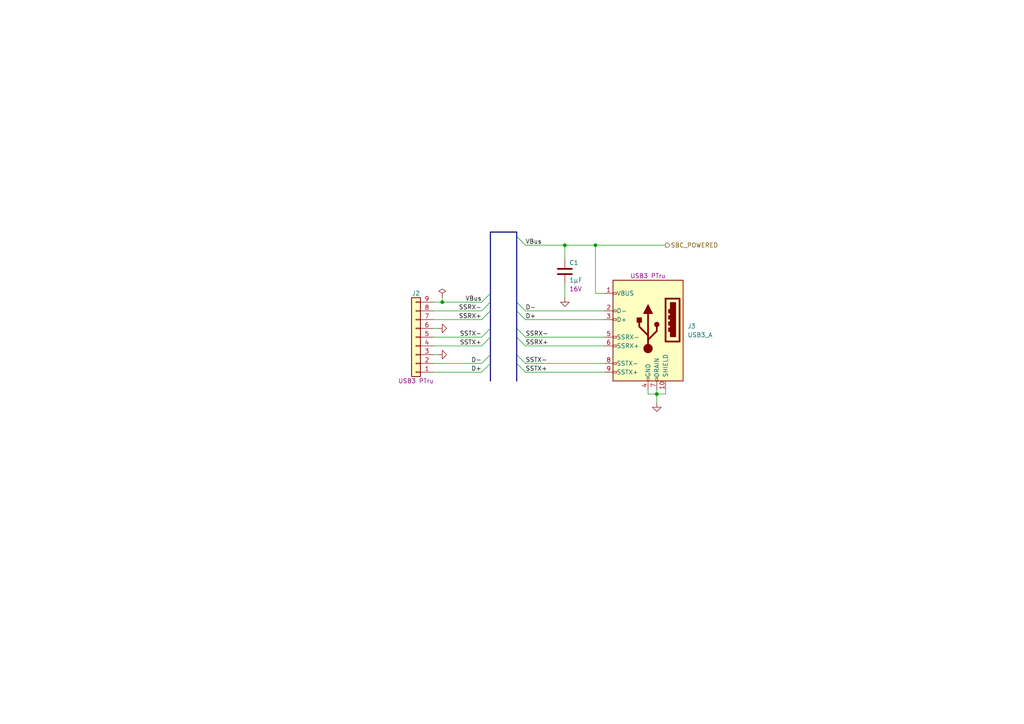
<source format=kicad_sch>
(kicad_sch (version 20231120) (generator "eeschema") (generator_version "8.0")
  (paper "A4")
  (lib_symbols
    (symbol "Connector:USB3_A" (pin_names (offset 1.016))
      (property "Reference" "J" (at -10.16 15.24 0))
      (property "Value" "USB3_A" (at 10.16 15.24 0))
      (symbol "USB3_A_0_0"
        (rectangle (start -9.144 8.636) (end -5.08 -3.81) (stroke (width 0.508)))
        (rectangle (start -7.874 7.366) (end -6.604 -2.286) (stroke (width 0.508)) (fill (type outline)))
        (rectangle (start -6.35 0) (end -6.096 -0.762) (stroke (width 0.508)))
        (rectangle (start -6.35 1.778) (end -6.096 1.016) (stroke (width 0.508)))
        (rectangle (start -6.35 3.556) (end -6.096 2.794) (stroke (width 0.508)))
        (rectangle (start -6.35 5.334) (end -6.096 4.572) (stroke (width 0.508)))
        (rectangle (start -2.794 -15.24) (end -2.286 -14.224))
        (rectangle (start -0.254 -15.24) (end 0.254 -14.224))
        (rectangle (start 10.16 -12.446) (end 9.144 -12.954))
        (rectangle (start 10.16 -9.906) (end 9.144 -10.414))
        (rectangle (start 10.16 -4.826) (end 9.144 -5.334))
        (rectangle (start 10.16 -2.286) (end 9.144 -2.794))
        (rectangle (start 10.16 2.794) (end 9.144 2.286))
        (rectangle (start 10.16 5.334) (end 9.144 4.826))
        (rectangle (start 10.16 10.414) (end 9.144 9.906))
      )
      (symbol "USB3_A_0_1"
        (rectangle (start -10.16 13.97) (end 10.16 -15.24) (stroke (width 0.254)) (fill (type background)))
      )
      (symbol "USB3_A_1_1"
        (circle (center -2.54 1.143) (radius 0.635) (stroke (width 0.254)) (fill (type outline)))
        (circle (center 0 -5.842) (radius 1.27) (fill (type outline)))
        (polyline (pts (xy 0 -5.842) (xy 0 4.318)) (stroke (width 0.508)))
        (polyline (pts (xy 0 -3.302) (xy -2.54 -0.762) (xy -2.54 0.508)) (stroke (width 0.508)))
        (polyline (pts (xy 0 -2.032) (xy 2.54 0.508) (xy 2.54 1.778)) (stroke (width 0.508)))
        (polyline (pts (xy -1.27 4.318) (xy 0 6.858) (xy 1.27 4.318) (xy -1.27 4.318)) (stroke (width 0.254)) (fill (type outline)))
        (rectangle (start 1.905 1.778) (end 3.175 3.048) (stroke (width 0.254)) (fill (type outline)))
        (pin power_in line (at 12.7 10.16 180) (length 2.54) (name "VBUS") (number "1"))
        (pin passive line (at -5.08 -17.78 90) (length 2.54) (name "SHIELD") (number "10"))
        (pin bidirectional line (at 12.7 5.08 180) (length 2.54) (name "D-") (number "2"))
        (pin bidirectional line (at 12.7 2.54 180) (length 2.54) (name "D+") (number "3"))
        (pin power_in line (at 0 -17.78 90) (length 2.54) (name "GND") (number "4"))
        (pin output line (at 12.7 -2.54 180) (length 2.54) (name "SSRX-") (number "5"))
        (pin output line (at 12.7 -5.08 180) (length 2.54) (name "SSRX+") (number "6"))
        (pin passive line (at -2.54 -17.78 90) (length 2.54) (name "DRAIN") (number "7"))
        (pin input line (at 12.7 -10.16 180) (length 2.54) (name "SSTX-") (number "8"))
        (pin input line (at 12.7 -12.7 180) (length 2.54) (name "SSTX+") (number "9"))
      )
    )
    (symbol "Connector_Generic:Conn_01x09" (pin_names (offset 1.016) hide)
      (property "Reference" "J" (at 0 12.7 0))
      (property "Value" "Conn_01x09" (at 0 -12.7 0))
      (symbol "Conn_01x09_1_1"
        (rectangle (start -1.27 -10.033) (end 0 -10.287) (stroke (width 0.1524)))
        (rectangle (start -1.27 -7.493) (end 0 -7.747) (stroke (width 0.1524)))
        (rectangle (start -1.27 -4.953) (end 0 -5.207) (stroke (width 0.1524)))
        (rectangle (start -1.27 -2.413) (end 0 -2.667) (stroke (width 0.1524)))
        (rectangle (start -1.27 0.127) (end 0 -0.127) (stroke (width 0.1524)))
        (rectangle (start -1.27 2.667) (end 0 2.413) (stroke (width 0.1524)))
        (rectangle (start -1.27 5.207) (end 0 4.953) (stroke (width 0.1524)))
        (rectangle (start -1.27 7.747) (end 0 7.493) (stroke (width 0.1524)))
        (rectangle (start -1.27 10.287) (end 0 10.033) (stroke (width 0.1524)))
        (rectangle (start -1.27 11.43) (end 1.27 -11.43) (stroke (width 0.254)) (fill (type background)))
        (pin passive line (at -5.08 10.16 0) (length 3.81) (name "Pin_1") (number "1"))
        (pin passive line (at -5.08 7.62 0) (length 3.81) (name "Pin_2") (number "2"))
        (pin passive line (at -5.08 5.08 0) (length 3.81) (name "Pin_3") (number "3"))
        (pin passive line (at -5.08 2.54 0) (length 3.81) (name "Pin_4") (number "4"))
        (pin passive line (at -5.08 0 0) (length 3.81) (name "Pin_5") (number "5"))
        (pin passive line (at -5.08 -2.54 0) (length 3.81) (name "Pin_6") (number "6"))
        (pin passive line (at -5.08 -5.08 0) (length 3.81) (name "Pin_7") (number "7"))
        (pin passive line (at -5.08 -7.62 0) (length 3.81) (name "Pin_8") (number "8"))
        (pin passive line (at -5.08 -10.16 0) (length 3.81) (name "Pin_9") (number "9"))
      )
    )
    (symbol "Device:C" (pin_numbers hide) (pin_names (offset 0.254))
      (property "Reference" "C" (at 0.635 2.54 0))
      (property "Value" "C" (at 0.635 -2.54 0))
      (symbol "C_0_1"
        (polyline (pts (xy -2.032 -0.762) (xy 2.032 -0.762)) (stroke (width 0.508)))
        (polyline (pts (xy -2.032 0.762) (xy 2.032 0.762)) (stroke (width 0.508)))
      )
      (symbol "C_1_1"
        (pin passive line (at 0 3.81 270) (length 2.794) (name "~") (number "1"))
        (pin passive line (at 0 -3.81 90) (length 2.794) (name "~") (number "2"))
      )
    )
    (symbol "power:GND" (power) (pin_numbers hide) (pin_names (offset 0) hide)
      (property "Value" "GND" (at 0 -3.81 0))
      (symbol "GND_0_1"
        (polyline (pts (xy 0 0) (xy 0 -1.27) (xy 1.27 -1.27) (xy 0 -2.54) (xy -1.27 -1.27) (xy 0 -1.27)))
      )
      (symbol "GND_1_1"
        (pin power_in line (at 0 0 270) (length 0) (name "~") (number "1"))
      )
    )
    (symbol "power:PWR_FLAG" (power) (pin_numbers hide) (pin_names (offset 0) hide)
      (property "Value" "PWR_FLAG" (at 0 3.81 0))
      (symbol "PWR_FLAG_0_0"
        (pin power_out line (at 0 0 90) (length 0) (name "~") (number "1"))
      )
      (symbol "PWR_FLAG_0_1"
        (polyline (pts (xy 0 0) (xy 0 1.27) (xy -1.016 1.905) (xy 0 2.54) (xy 1.016 1.905) (xy 0 1.27)))
      )
    )
  )
  (junction (at 163.83 71.12))
  (junction (at 172.72 71.12))
  (junction (at 190.5 114.3))
  (junction (at 128.27 87.63))
  (bus_entry (at 139.7 92.71) (size 2.54 -2.54))
  (bus_entry (at 152.4 90.17) (size -2.54 -2.54))
  (bus_entry (at 152.4 97.79) (size -2.54 -2.54))
  (bus_entry (at 152.4 105.41) (size -2.54 -2.54))
  (bus_entry (at 152.4 107.95) (size -2.54 -2.54))
  (bus_entry (at 139.7 90.17) (size 2.54 -2.54))
  (bus_entry (at 139.7 87.63) (size 2.54 -2.54))
  (bus_entry (at 139.7 105.41) (size 2.54 -2.54))
  (bus_entry (at 139.7 97.79) (size 2.54 -2.54))
  (bus_entry (at 152.4 100.33) (size -2.54 -2.54))
  (bus_entry (at 139.7 107.95) (size 2.54 -2.54))
  (bus_entry (at 152.4 92.71) (size -2.54 -2.54))
  (bus_entry (at 152.4 71.12) (size -2.54 -2.54))
  (bus_entry (at 139.7 100.33) (size 2.54 -2.54))
  (bus (pts (xy 149.86 105.41) (xy 149.86 110.49)))
  (bus (pts (xy 149.86 95.25) (xy 149.86 97.79)))
  (wire (pts (xy 163.83 82.55) (xy 163.83 86.36)))
  (bus (pts (xy 142.24 105.41) (xy 142.24 102.87)))
  (wire (pts (xy 125.73 105.41) (xy 139.7 105.41)))
  (wire (pts (xy 125.73 87.63) (xy 128.27 87.63)))
  (wire (pts (xy 152.4 97.79) (xy 175.26 97.79)))
  (bus (pts (xy 142.24 87.63) (xy 142.24 85.09)))
  (bus (pts (xy 142.24 85.09) (xy 142.24 67.31)))
  (wire (pts (xy 193.04 114.3) (xy 193.04 113.03)))
  (wire (pts (xy 128.27 87.63) (xy 139.7 87.63)))
  (wire (pts (xy 172.72 85.09) (xy 175.26 85.09)))
  (wire (pts (xy 163.83 71.12) (xy 172.72 71.12)))
  (wire (pts (xy 172.72 71.12) (xy 172.72 85.09)))
  (bus (pts (xy 142.24 95.25) (xy 142.24 90.17)))
  (bus (pts (xy 142.24 67.31) (xy 149.86 67.31)))
  (wire (pts (xy 128.27 86.36) (xy 128.27 87.63)))
  (wire (pts (xy 152.4 105.41) (xy 175.26 105.41)))
  (bus (pts (xy 142.24 97.79) (xy 142.24 95.25)))
  (bus (pts (xy 142.24 90.17) (xy 142.24 87.63)))
  (wire (pts (xy 152.4 92.71) (xy 175.26 92.71)))
  (bus (pts (xy 149.86 68.58) (xy 149.86 87.63)))
  (bus (pts (xy 149.86 87.63) (xy 149.86 90.17)))
  (wire (pts (xy 193.04 71.12) (xy 172.72 71.12)))
  (wire (pts (xy 152.4 90.17) (xy 175.26 90.17)))
  (bus (pts (xy 149.86 102.87) (xy 149.86 105.41)))
  (wire (pts (xy 152.4 100.33) (xy 175.26 100.33)))
  (wire (pts (xy 190.5 113.03) (xy 190.5 114.3)))
  (wire (pts (xy 187.96 113.03) (xy 187.96 114.3)))
  (bus (pts (xy 149.86 97.79) (xy 149.86 102.87)))
  (bus (pts (xy 149.86 90.17) (xy 149.86 95.25)))
  (wire (pts (xy 125.73 102.87) (xy 127 102.87)))
  (wire (pts (xy 152.4 107.95) (xy 175.26 107.95)))
  (wire (pts (xy 190.5 114.3) (xy 190.5 116.84)))
  (wire (pts (xy 125.73 100.33) (xy 139.7 100.33)))
  (bus (pts (xy 149.86 67.31) (xy 149.86 68.58)))
  (wire (pts (xy 163.83 71.12) (xy 163.83 74.93)))
  (wire (pts (xy 125.73 107.95) (xy 139.7 107.95)))
  (bus (pts (xy 142.24 110.49) (xy 142.24 105.41)))
  (wire (pts (xy 152.4 71.12) (xy 163.83 71.12)))
  (wire (pts (xy 125.73 97.79) (xy 139.7 97.79)))
  (wire (pts (xy 125.73 90.17) (xy 139.7 90.17)))
  (wire (pts (xy 125.73 92.71) (xy 139.7 92.71)))
  (wire (pts (xy 125.73 95.25) (xy 127 95.25)))
  (bus (pts (xy 142.24 102.87) (xy 142.24 97.79)))
  (wire (pts (xy 190.5 114.3) (xy 193.04 114.3)))
  (wire (pts (xy 187.96 114.3) (xy 190.5 114.3)))
  (label "SSRX+" (at 139.7 92.71 180))
  (label "SSTX+" (at 152.4 107.95 0))
  (label "SSTX+" (at 139.7 100.33 180))
  (label "VBus" (at 152.4 71.12 0))
  (label "D+" (at 152.4 92.71 0))
  (label "SSTX-" (at 152.4 105.41 0))
  (label "D+" (at 139.7 107.95 180))
  (label "SSTX-" (at 139.7 97.79 180))
  (label "SSRX+" (at 152.4 100.33 0))
  (label "SSRX-" (at 152.4 97.79 0))
  (label "D-" (at 152.4 90.17 0))
  (label "VBus" (at 139.7 87.63 180))
  (label "D-" (at 139.7 105.41 180))
  (label "SSRX-" (at 139.7 90.17 180))
  (hierarchical_label "SBC_POWERED" (shape output) (at 193.04 71.12 0))
  (symbol (lib_id "power:GND") (at 127 102.87 90) (unit 1)
    (property "Reference" "#PWR07" (effects (hide yes)))
    (property "Value" "GND" (effects (hide yes)))
  )
  (symbol (lib_id "Device:C") (at 163.83 78.74 0) (unit 1)
    (property "Reference" "C1" (at 165.1 76.2 0) (effects (justify left)))
    (property "Value" "1μF" (at 165.1 81.28 0) (effects (justify left)))
    (property "Footprint" "Capacitor_SMD:C_0805_2012Metric" (effects (hide yes)))
    (property "Info" "16V" (at 165.1 83.82 0) (effects (justify left)))
    (property "Shop" "https://store.comet.bg/Catalogue/Product/16789/" (effects (hide yes)))
    (property "LCSC" "C28323" (effects (hide yes)))
    (property "Part" "C 1μF 16V 0805" (effects (hide yes)))
  )
  (symbol (lib_id "power:GND") (at 127 95.25 90) (unit 1)
    (property "Reference" "#PWR06" (effects (hide yes)))
    (property "Value" "GND" (effects (hide yes)))
  )
  (symbol (lib_id "power:GND") (at 190.5 116.84 0) (unit 1)
    (property "Reference" "#PWR09" (effects (hide yes)))
    (property "Value" "GND" (effects (hide yes)))
  )
  (symbol (lib_id "Connector_Generic:Conn_01x09") (at 120.65 97.79 180) (unit 1)
    (property "Reference" "J2" (at 120.65 85.09 0))
    (property "Value" "MTA100_9" (effects (hide yes)))
    (property "Footprint" "Connector_MTA-100:mta100_01x9_P2.54_647050-9" (effects (hide yes)))
    (property "Description" "Generic connector, single row, 01x09, script generated (kicad-library-utils/schlib/autogen/connector/)" (effects (hide yes)))
    (property "Purpose" "USB3 PTru" (at 120.65 110.49 0))
    (property "Part" "640456-9" (effects (hide yes)))
    (property "Shop" "https://eu.mouser.com/ProductDetail/TE-Connectivity-AMP/640456-9?qs=%2F35zJ5USjokUKOCQQwb90w%3D%3D" (effects (hide yes)))
  )
  (symbol (lib_id "power:PWR_FLAG") (at 128.27 86.36 0) (unit 1)
    (property "Reference" "#FLG01" (effects (hide yes)))
    (property "Value" "PWR_FLAG" (effects (hide yes)))
    (property "Description" "Special symbol for telling ERC where power comes from" (effects (hide yes)))
  )
  (symbol (lib_id "Connector:USB3_A") (at 187.96 95.25 0) (mirror y) (unit 1)
    (property "Reference" "J3" (at 199.39 94.615 0) (effects (justify right)))
    (property "Value" "USB3_A" (at 199.39 97.155 0) (effects (justify right)))
    (property "Footprint" "conn:USB3_A_Amphenol_GSB3116344KHHR" (effects (hide yes)))
    (property "Shop" "https://eu.mouser.com/ProductDetail/Amphenol-Commercial-Products/GSB3116344KHHR?qs=81r%252BiQLm7BSSapR8R%252Bkfyg%3D%3D" (effects (hide yes)))
    (property "Purpose" "USB3 PTru" (at 187.96 80.01 0))
    (property "Part" "GSB3116344KHHR " (effects (hide yes)))
  )
  (symbol (lib_id "power:GND") (at 163.83 86.36 0) (unit 1)
    (property "Reference" "#PWR08" (effects (hide yes)))
    (property "Value" "GND" (effects (hide yes)))
  )
)
</source>
